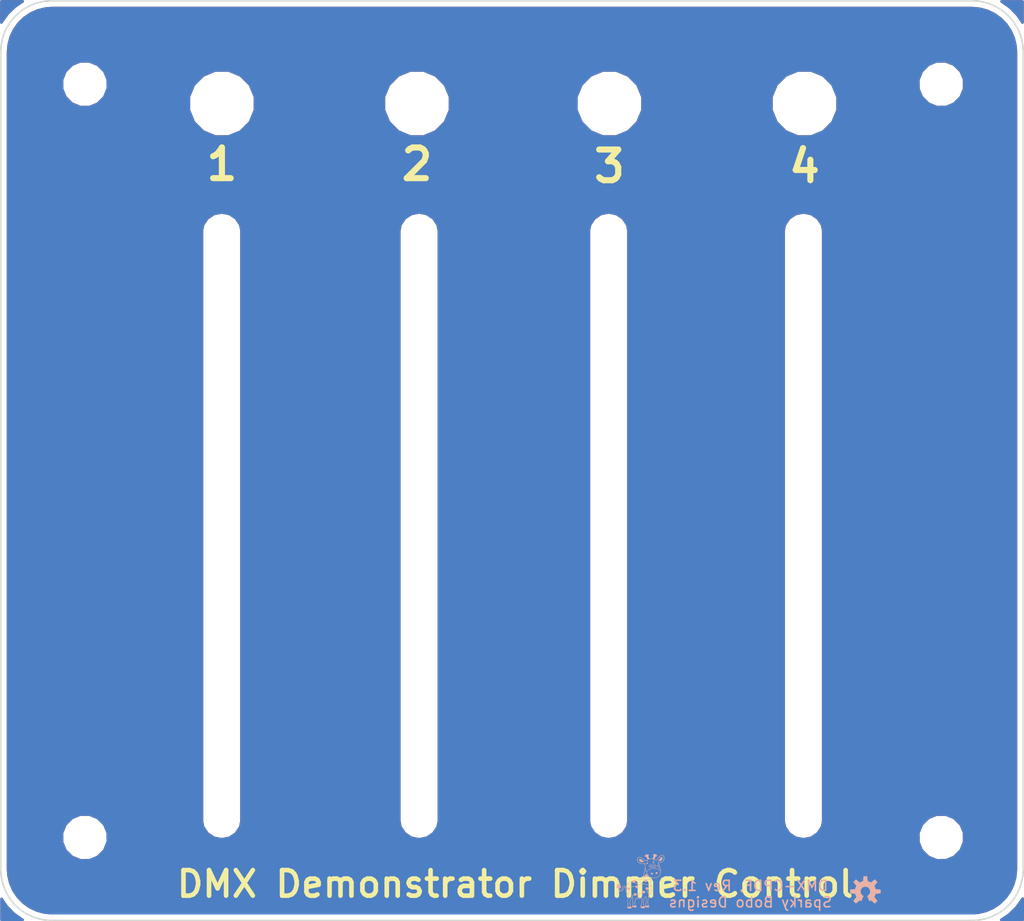
<source format=kicad_pcb>
(kicad_pcb (version 20171130) (host pcbnew "(5.0.0)")
  (title_block (title "DMX Demonstrator - Control-Pro Dimmer (DMX-CPDF)") (date 2023-12-04) (rev 1.3) (company "Sparky Bobo Designs") (comment 2 "Designed by: SparkyBobo") (comment 3 https://creativecommons.org/licenses/by-sa/4.0/) (comment 4 "Released under the Creative Commons Attribution Share-Alike 4.0m License"))
  (layers (0 F.Cu signal) (31 B.Cu signal) (34 B.Paste user hide) (35 F.Paste user hide) (36 B.SilkS user) (37 F.SilkS user) (38 B.Mask user hide) (39 F.Mask user hide) (44 Edge.Cuts user))
  (net 0 "")
  (module MountingHole:MountingHole_3.2mm_M3 (layer F.Cu) (at 165.608 100.076)
    (fp_text reference MH12 hide)
    (fp_text value MountingHole)
    (pad "" np_thru_hole oval (at 0 0) (size 2.6 60) (drill oval 2.6 60) (layers *.Cu *.Mask))
  )
  (module MountingHole:MountingHole_3.2mm_M3 (layer F.Cu) (at 146.558 100.076)
    (fp_text reference MH11 hide)
    (fp_text value MountingHole)
    (pad "" np_thru_hole oval (at 0 0) (size 2.6 60) (drill oval 2.6 60) (layers *.Cu *.Mask))
  )
  (module MountingHole:MountingHole_3.2mm_M3 (layer F.Cu) (at 128.016 100.076)
    (fp_text reference MH10 hide)
    (fp_text value MountingHole)
    (pad "" np_thru_hole oval (at 0 0) (size 2.6 60) (drill oval 2.6 60) (layers *.Cu *.Mask))
  )
  (module MountingHole:MountingHole_3.2mm_M3 (layer F.Cu) (at 108.712 100.076)
    (fp_text reference MH9 hide)
    (fp_text value MountingHole)
    (pad "" np_thru_hole oval (at 0 0) (size 2.6 60) (drill oval 2.6 60) (layers *.Cu *.Mask))
  )
  (module MountingHole:MountingHole_3.2mm_M3 (layer F.Cu) (at 165.712 58.742)
    (fp_text reference MH8 hide)
    (fp_text value MountingHole)
    (pad "" np_thru_hole circle (at 0 0) (size 5.2 5.2) (drill 5.2) (layers *.Cu *.Mask))
  )
  (module MountingHole:MountingHole_3.2mm_M3 (layer F.Cu) (at 146.634 58.742)
    (fp_text reference MH7 hide)
    (fp_text value MountingHole)
    (pad "" np_thru_hole circle (at 0 0) (size 5.2 5.2) (drill 5.2) (layers *.Cu *.Mask))
  )
  (module MountingHole:MountingHole_3.2mm_M3 (layer F.Cu) (at 127.81 58.742)
    (fp_text reference MH6 hide)
    (fp_text value MountingHole)
    (pad "" np_thru_hole circle (at 0 0) (size 5.2 5.2) (drill 5.2) (layers *.Cu *.Mask))
  )
  (module MountingHole:MountingHole_3.2mm_M3 (layer F.Cu) (at 108.732 58.742)
    (fp_text reference MH5 hide)
    (fp_text value MountingHole)
    (pad "" np_thru_hole circle (at 0 0) (size 5.2 5.2) (drill 5.2) (layers *.Cu *.Mask))
  )
  (module MountingHole:MountingHole_3.2mm_M3 (layer F.Cu) (at 179.088 130.566)
    (fp_text reference MH4 hide)
    (fp_text value MountingHole)
    (pad 1 np_thru_hole circle (at 0 0) (size 3.2 3.2) (drill 3.2) (layers *.Cu *.Mask))
  )
  (module MountingHole:MountingHole_3.2mm_M3 (layer F.Cu) (at 179.088 56.856)
    (fp_text reference MH3 hide)
    (fp_text value MountingHole)
    (pad 1 np_thru_hole circle (at 0 0) (size 3.2 3.2) (drill 3.2) (layers *.Cu *.Mask))
  )
  (module MountingHole:MountingHole_3.2mm_M3 (layer F.Cu) (at 95.382 130.566)
    (fp_text reference MH2 hide)
    (fp_text value MountingHole)
    (pad "" np_thru_hole circle (at -0.052 0) (size 3.2 3.2) (drill 3.2) (layers *.Cu *.Mask))
  )
  (module MountingHole:MountingHole_3.2mm_M3 (layer F.Cu) (at 95.482 56.856)
    (fp_text reference MH1 hide)
    (fp_text value MountingHole)
    (pad "" np_thru_hole circle (at -0.152 0) (size 3.2 3.2) (drill 3.2) (layers *.Cu *.Mask))
  )
  (module footprints:logo_cr_5x5 (layer B.Cu) (at 149.664 134.852 180)
    (fp_text reference G*** hide)
    (fp_text value LOGO hide)
  )
  (module footprints:OSHW-LOGO-S (layer B.Cu) (at 171.664 135.852 180)
    (fp_text reference "" (at 0 0 180) (layer B.SilkS) (effects (font (size 1.524 1.524)) (justify mirror)))
    (fp_text value "" (at 0 0 180) (layer B.SilkS) (effects (font (size 1.524 1.524)) (justify mirror)))
  )
  (gr_line (start 92.104 138.692) (end 182.104 138.692) (layer Edge.Cuts) (width 0.1524))
  (gr_line (start 87.104 53.692) (end 87.104 133.692) (layer Edge.Cuts) (width 0.1524))
  (gr_line (start 182.104 48.692) (end 92.104 48.692) (layer Edge.Cuts) (width 0.1524))
  (gr_line (start 187.104 133.692) (end 187.104 53.692) (layer Edge.Cuts) (width 0.1524))
  (gr_arc (start 92.104 133.692) (end 87.104 133.692) (angle -90) (layer Edge.Cuts) (width 0.1524))
  (gr_arc (start 92.104 53.692) (end 92.104 48.692) (angle -90) (layer Edge.Cuts) (width 0.1524))
  (gr_arc (start 182.104 53.692) (end 187.104 53.692) (angle -90) (layer Edge.Cuts) (width 0.1524))
  (gr_arc (start 182.104 133.692) (end 182.104 138.692) (angle -90) (layer Edge.Cuts) (width 0.1524))
  (gr_text "DMX Demonstrator Dimmer Control" (at 137.414 135.128) (layer F.SilkS) (effects (font (size 2.5 2.5) (thickness 0.45))))
  (gr_text "DMX-CPDF, Rev 1.3\nSparky Bobo Designs" (at 160.414 136.102) (layer B.SilkS) (effects (font (size 1 1)) (justify mirror)))
  (gr_text 4 (at 165.712 64.892) (layer F.SilkS) (effects (font (size 3 3) (thickness 0.6))))
  (gr_text 3 (at 146.634 64.892) (layer F.SilkS) (effects (font (size 3 3) (thickness 0.6))))
  (gr_text 2 (at 127.81 64.692) (layer F.SilkS) (effects (font (size 3 3) (thickness 0.6))))
  (gr_text 1 (at 108.732 64.692) (layer F.SilkS) (effects (font (size 3 3) (thickness 0.6))))
  (zone (net 0) (net_name "") (layer F.Cu) (connect_pads (clearance 0.508)) (min_thickness 0.254) (fill yes (arc_segments 16) (thermal_gap 0.508) (thermal_bridge_width 0.508))
    (polygon (pts (xy 187.1599 48.63338) (xy 187.17514 138.7602) (xy 87.05596 138.75766) (xy 87.04326 48.62576)))
  )
  (zone (net 0) (net_name "") (layer B.Cu) (connect_pads (clearance 0.508)) (min_thickness 0.254) (fill yes (arc_segments 16) (thermal_gap 0.508) (thermal_bridge_width 0.508))
    (polygon (pts (xy 187.1599 48.633182) (xy 187.17514 138.760002) (xy 87.05596 138.757462) (xy 87.04326 48.625562)))
  )
)
</source>
